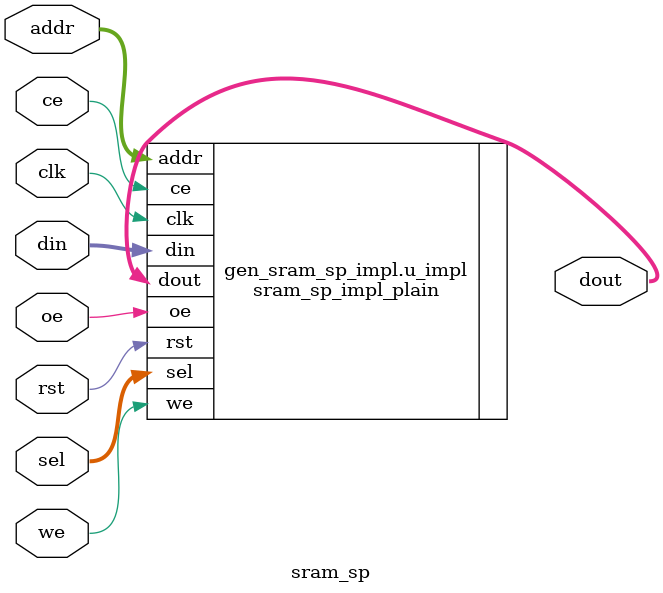
<source format=sv>
/* Copyright (c) 2013 by the author(s)
 *
 * Permission is hereby granted, free of charge, to any person obtaining a copy
 * of this software and associated documentation files (the "Software"), to deal
 * in the Software without restriction, including without limitation the rights
 * to use, copy, modify, merge, publish, distribute, sublicense, and/or sell
 * copies of the Software, and to permit persons to whom the Software is
 * furnished to do so, subject to the following conditions:
 *
 * The above copyright notice and this permission notice shall be included in
 * all copies or substantial portions of the Software.
 *
 * THE SOFTWARE IS PROVIDED "AS IS", WITHOUT WARRANTY OF ANY KIND, EXPRESS OR
 * IMPLIED, INCLUDING BUT NOT LIMITED TO THE WARRANTIES OF MERCHANTABILITY,
 * FITNESS FOR A PARTICULAR PURPOSE AND NONINFRINGEMENT. IN NO EVENT SHALL THE
 * AUTHORS OR COPYRIGHT HOLDERS BE LIABLE FOR ANY CLAIM, DAMAGES OR OTHER
 * LIABILITY, WHETHER IN AN ACTION OF CONTRACT, TORT OR OTHERWISE, ARISING FROM,
 * OUT OF OR IN CONNECTION WITH THE SOFTWARE OR THE USE OR OTHER DEALINGS IN
 * THE SOFTWARE.
 *
 * =============================================================================
 *
 * Single Port RAM with Byte Select
 *
 * The width of the data and address bus can be configured using the DW and
 * AW parameters. To support byte selects DW must be a multiple of 8.
 *
 * Most of the code is taken from the ORPSoCv2 project (or1200_tpram_32x32)
 * of opencores.org.
 *
 * Author(s):
 *   Stefan Wallentowitz <stefan.wallentowitz@tum.de>
 *   Markus Goehrle <markus.goehrle@tum.de>
 *   Philipp Wagner <philipp.wagner@tum.de>
 */

 module sram_sp(/*AUTOARG*/
   // Outputs
   dout,
   // Inputs
   clk, rst, ce, we, oe, addr, din, sel
   );

   parameter MEM_SIZE = 'hx;

   // address width
   parameter AW = 32;

   // data width (word size)
   // Valid values: 32, 16 and 8
   parameter DW = 32;

   // type of the memory implementation
   parameter MEM_IMPL_TYPE = "PLAIN";
   // VMEM memory file to load in simulation
   parameter MEM_FILE = "sram.vmem";

   // byte select width (must be a power of two)
   localparam SW = (DW == 32) ? 4 :
                   (DW == 16) ? 2 :
                   (DW ==  8) ? 1 : 'hx;


   // ensure that parameters are set to allowed values
   // TODO: Check if synthesis tools statically check this statement and remove
   //       it. Otherwise we'll need some defines here.
   initial begin
      if (DW % 8 != 0) begin
         $display("sram_sp: the data port width (parameter DW) must be a multiple of 8");
         $stop;
      end

      if ((1 << $clog2(SW)) != SW) begin
         $display("sram_sp: the byte select width (paramter SW = DW/8) must be a power of two");
         $stop;
      end
   end

   input           clk;  // Clock
   input           rst;  // Reset
   input           ce;   // Chip enable input
   input           we;   // Write enable input
   input           oe;   // Output enable input
   input [AW-1:0]  addr; // address bus inputs
   input [DW-1:0]  din;  // input data bus
   input [SW-1:0]  sel;  // select bytes
   output [DW-1:0] dout; // output data bus

   // validate the memory address (check if it's inside the memory size bounds)
`ifdef OPTIMSOC_SRAM_VALIDATE_ADDRESS
   always @(posedge clk) begin
      if (addr > MEM_SIZE) begin
         $display("sram_sp: access to out-of-bounds memory address detected! Trying to access byte address 0x%x, MEM_SIZE is %d bytes.",
                  addr, MEM_SIZE);
         $stop;
      end
   end
`endif

   generate
      if (MEM_IMPL_TYPE == "PLAIN") begin : gen_sram_sp_impl
         sram_sp_impl_plain
            #(/*AUTOINSTPARAM*/
              // Parameters
              .AW                       (AW),
              .DW                       (DW),
              .MEM_SIZE                 (MEM_SIZE),
              .MEM_FILE                 (MEM_FILE))
            u_impl(/*AUTOINST*/
                   // Outputs
                   .dout                (dout[DW-1:0]),
                   // Inputs
                   .clk                 (clk),
                   .rst                 (rst),
                   .ce                  (ce),
                   .we                  (we),
                   .oe                  (oe),
                   .addr                (addr[AW-1:0]),
                   .din                 (din[DW-1:0]),
                   .sel                 (sel[SW-1:0]));
      end else if (MEM_IMPL_TYPE == "XILINX_SPARTAN6") begin : gen_sram_sp_impl
         sram_sp_impl_xilinx_spartan6
            #(/*AUTOINSTPARAM*/
              // Parameters
              .MEM_SIZE                 (MEM_SIZE))
            u_impl(/*AUTOINST*/
                   // Outputs
                   .dout                (dout[31:0]),
                   // Inputs
                   .clk                 (clk),
                   .rst                 (rst),
                   .sel                 (sel[3:0]),
                   .addr                (addr[AW-1:0]),
                   .we                  (we),
                   .ce                  (ce),
                   .din                 (din[31:0]));
      end else begin : gen_sram_sp_impl // block: gen_sram_sp_impl
//         $display("Unsupported memory type: ", MEM_IMPL_TYPE);
//         $stop;
      end
   endgenerate

 endmodule

</source>
